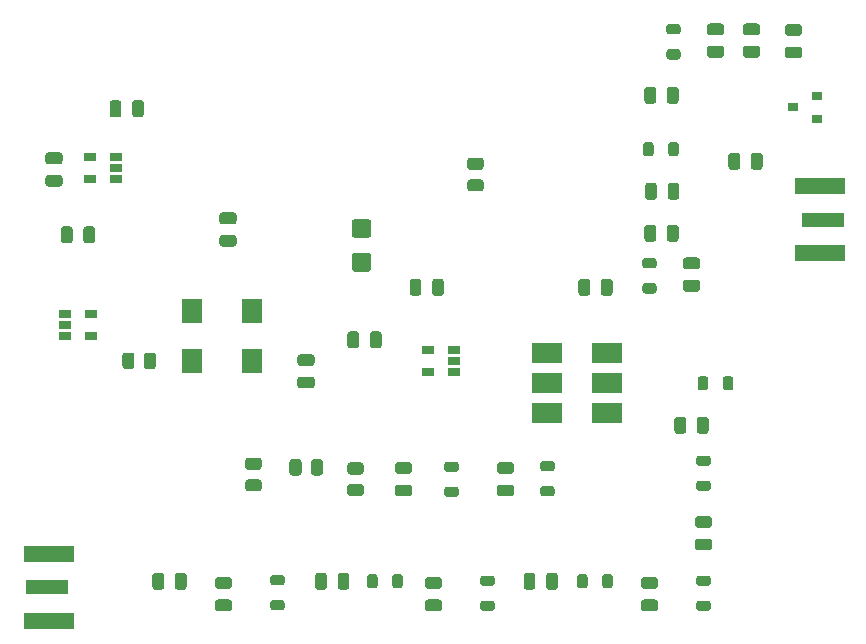
<source format=gbr>
%TF.GenerationSoftware,KiCad,Pcbnew,(5.1.10)-1*%
%TF.CreationDate,2021-08-21T15:59:26-07:00*%
%TF.ProjectId,upconverter,7570636f-6e76-4657-9274-65722e6b6963,rev?*%
%TF.SameCoordinates,Original*%
%TF.FileFunction,Paste,Top*%
%TF.FilePolarity,Positive*%
%FSLAX46Y46*%
G04 Gerber Fmt 4.6, Leading zero omitted, Abs format (unit mm)*
G04 Created by KiCad (PCBNEW (5.1.10)-1) date 2021-08-21 15:59:26*
%MOMM*%
%LPD*%
G01*
G04 APERTURE LIST*
%ADD10R,4.200000X1.350000*%
%ADD11R,3.600000X1.270000*%
%ADD12R,0.900000X0.800000*%
%ADD13R,2.540000X1.651000*%
%ADD14R,1.060000X0.650000*%
%ADD15R,1.800000X2.000000*%
G04 APERTURE END LIST*
D10*
%TO.C,J2*%
X116586000Y-52482000D03*
X116586000Y-46832000D03*
D11*
X116786000Y-49657000D03*
%TD*%
%TO.C,J3*%
X51108000Y-80772000D03*
D10*
X51308000Y-83597000D03*
X51308000Y-77947000D03*
%TD*%
%TO.C,C20*%
G36*
G01*
X53271000Y-50452000D02*
X53271000Y-51402000D01*
G75*
G02*
X53021000Y-51652000I-250000J0D01*
G01*
X52521000Y-51652000D01*
G75*
G02*
X52271000Y-51402000I0J250000D01*
G01*
X52271000Y-50452000D01*
G75*
G02*
X52521000Y-50202000I250000J0D01*
G01*
X53021000Y-50202000D01*
G75*
G02*
X53271000Y-50452000I0J-250000D01*
G01*
G37*
G36*
G01*
X55171000Y-50452000D02*
X55171000Y-51402000D01*
G75*
G02*
X54921000Y-51652000I-250000J0D01*
G01*
X54421000Y-51652000D01*
G75*
G02*
X54171000Y-51402000I0J250000D01*
G01*
X54171000Y-50452000D01*
G75*
G02*
X54421000Y-50202000I250000J0D01*
G01*
X54921000Y-50202000D01*
G75*
G02*
X55171000Y-50452000I0J-250000D01*
G01*
G37*
%TD*%
%TO.C,C1*%
G36*
G01*
X110686000Y-45179000D02*
X110686000Y-44229000D01*
G75*
G02*
X110936000Y-43979000I250000J0D01*
G01*
X111436000Y-43979000D01*
G75*
G02*
X111686000Y-44229000I0J-250000D01*
G01*
X111686000Y-45179000D01*
G75*
G02*
X111436000Y-45429000I-250000J0D01*
G01*
X110936000Y-45429000D01*
G75*
G02*
X110686000Y-45179000I0J250000D01*
G01*
G37*
G36*
G01*
X108786000Y-45179000D02*
X108786000Y-44229000D01*
G75*
G02*
X109036000Y-43979000I250000J0D01*
G01*
X109536000Y-43979000D01*
G75*
G02*
X109786000Y-44229000I0J-250000D01*
G01*
X109786000Y-45179000D01*
G75*
G02*
X109536000Y-45429000I-250000J0D01*
G01*
X109036000Y-45429000D01*
G75*
G02*
X108786000Y-45179000I0J250000D01*
G01*
G37*
%TD*%
%TO.C,C2*%
G36*
G01*
X107114000Y-66581000D02*
X107114000Y-67531000D01*
G75*
G02*
X106864000Y-67781000I-250000J0D01*
G01*
X106364000Y-67781000D01*
G75*
G02*
X106114000Y-67531000I0J250000D01*
G01*
X106114000Y-66581000D01*
G75*
G02*
X106364000Y-66331000I250000J0D01*
G01*
X106864000Y-66331000D01*
G75*
G02*
X107114000Y-66581000I0J-250000D01*
G01*
G37*
G36*
G01*
X105214000Y-66581000D02*
X105214000Y-67531000D01*
G75*
G02*
X104964000Y-67781000I-250000J0D01*
G01*
X104464000Y-67781000D01*
G75*
G02*
X104214000Y-67531000I0J250000D01*
G01*
X104214000Y-66581000D01*
G75*
G02*
X104464000Y-66331000I250000J0D01*
G01*
X104964000Y-66331000D01*
G75*
G02*
X105214000Y-66581000I0J-250000D01*
G01*
G37*
%TD*%
%TO.C,C3*%
G36*
G01*
X65946000Y-50935000D02*
X66896000Y-50935000D01*
G75*
G02*
X67146000Y-51185000I0J-250000D01*
G01*
X67146000Y-51685000D01*
G75*
G02*
X66896000Y-51935000I-250000J0D01*
G01*
X65946000Y-51935000D01*
G75*
G02*
X65696000Y-51685000I0J250000D01*
G01*
X65696000Y-51185000D01*
G75*
G02*
X65946000Y-50935000I250000J0D01*
G01*
G37*
G36*
G01*
X65946000Y-49035000D02*
X66896000Y-49035000D01*
G75*
G02*
X67146000Y-49285000I0J-250000D01*
G01*
X67146000Y-49785000D01*
G75*
G02*
X66896000Y-50035000I-250000J0D01*
G01*
X65946000Y-50035000D01*
G75*
G02*
X65696000Y-49785000I0J250000D01*
G01*
X65696000Y-49285000D01*
G75*
G02*
X65946000Y-49035000I250000J0D01*
G01*
G37*
%TD*%
%TO.C,C4*%
G36*
G01*
X113825000Y-33094000D02*
X114775000Y-33094000D01*
G75*
G02*
X115025000Y-33344000I0J-250000D01*
G01*
X115025000Y-33844000D01*
G75*
G02*
X114775000Y-34094000I-250000J0D01*
G01*
X113825000Y-34094000D01*
G75*
G02*
X113575000Y-33844000I0J250000D01*
G01*
X113575000Y-33344000D01*
G75*
G02*
X113825000Y-33094000I250000J0D01*
G01*
G37*
G36*
G01*
X113825000Y-34994000D02*
X114775000Y-34994000D01*
G75*
G02*
X115025000Y-35244000I0J-250000D01*
G01*
X115025000Y-35744000D01*
G75*
G02*
X114775000Y-35994000I-250000J0D01*
G01*
X113825000Y-35994000D01*
G75*
G02*
X113575000Y-35744000I0J250000D01*
G01*
X113575000Y-35244000D01*
G75*
G02*
X113825000Y-34994000I250000J0D01*
G01*
G37*
%TD*%
%TO.C,C5*%
G36*
G01*
X59301000Y-39784000D02*
X59301000Y-40734000D01*
G75*
G02*
X59051000Y-40984000I-250000J0D01*
G01*
X58551000Y-40984000D01*
G75*
G02*
X58301000Y-40734000I0J250000D01*
G01*
X58301000Y-39784000D01*
G75*
G02*
X58551000Y-39534000I250000J0D01*
G01*
X59051000Y-39534000D01*
G75*
G02*
X59301000Y-39784000I0J-250000D01*
G01*
G37*
G36*
G01*
X57401000Y-39784000D02*
X57401000Y-40734000D01*
G75*
G02*
X57151000Y-40984000I-250000J0D01*
G01*
X56651000Y-40984000D01*
G75*
G02*
X56401000Y-40734000I0J250000D01*
G01*
X56401000Y-39784000D01*
G75*
G02*
X56651000Y-39534000I250000J0D01*
G01*
X57151000Y-39534000D01*
G75*
G02*
X57401000Y-39784000I0J-250000D01*
G01*
G37*
%TD*%
%TO.C,C6*%
G36*
G01*
X82801000Y-54897000D02*
X82801000Y-55847000D01*
G75*
G02*
X82551000Y-56097000I-250000J0D01*
G01*
X82051000Y-56097000D01*
G75*
G02*
X81801000Y-55847000I0J250000D01*
G01*
X81801000Y-54897000D01*
G75*
G02*
X82051000Y-54647000I250000J0D01*
G01*
X82551000Y-54647000D01*
G75*
G02*
X82801000Y-54897000I0J-250000D01*
G01*
G37*
G36*
G01*
X84701000Y-54897000D02*
X84701000Y-55847000D01*
G75*
G02*
X84451000Y-56097000I-250000J0D01*
G01*
X83951000Y-56097000D01*
G75*
G02*
X83701000Y-55847000I0J250000D01*
G01*
X83701000Y-54897000D01*
G75*
G02*
X83951000Y-54647000I250000J0D01*
G01*
X84451000Y-54647000D01*
G75*
G02*
X84701000Y-54897000I0J-250000D01*
G01*
G37*
%TD*%
%TO.C,C7*%
G36*
G01*
X110269000Y-34928000D02*
X111219000Y-34928000D01*
G75*
G02*
X111469000Y-35178000I0J-250000D01*
G01*
X111469000Y-35678000D01*
G75*
G02*
X111219000Y-35928000I-250000J0D01*
G01*
X110269000Y-35928000D01*
G75*
G02*
X110019000Y-35678000I0J250000D01*
G01*
X110019000Y-35178000D01*
G75*
G02*
X110269000Y-34928000I250000J0D01*
G01*
G37*
G36*
G01*
X110269000Y-33028000D02*
X111219000Y-33028000D01*
G75*
G02*
X111469000Y-33278000I0J-250000D01*
G01*
X111469000Y-33778000D01*
G75*
G02*
X111219000Y-34028000I-250000J0D01*
G01*
X110269000Y-34028000D01*
G75*
G02*
X110019000Y-33778000I0J250000D01*
G01*
X110019000Y-33278000D01*
G75*
G02*
X110269000Y-33028000I250000J0D01*
G01*
G37*
%TD*%
%TO.C,C8*%
G36*
G01*
X107155000Y-75750000D02*
X106205000Y-75750000D01*
G75*
G02*
X105955000Y-75500000I0J250000D01*
G01*
X105955000Y-75000000D01*
G75*
G02*
X106205000Y-74750000I250000J0D01*
G01*
X107155000Y-74750000D01*
G75*
G02*
X107405000Y-75000000I0J-250000D01*
G01*
X107405000Y-75500000D01*
G75*
G02*
X107155000Y-75750000I-250000J0D01*
G01*
G37*
G36*
G01*
X107155000Y-77650000D02*
X106205000Y-77650000D01*
G75*
G02*
X105955000Y-77400000I0J250000D01*
G01*
X105955000Y-76900000D01*
G75*
G02*
X106205000Y-76650000I250000J0D01*
G01*
X107155000Y-76650000D01*
G75*
G02*
X107405000Y-76900000I0J-250000D01*
G01*
X107405000Y-77400000D01*
G75*
G02*
X107155000Y-77650000I-250000J0D01*
G01*
G37*
%TD*%
%TO.C,C9*%
G36*
G01*
X108171000Y-35928000D02*
X107221000Y-35928000D01*
G75*
G02*
X106971000Y-35678000I0J250000D01*
G01*
X106971000Y-35178000D01*
G75*
G02*
X107221000Y-34928000I250000J0D01*
G01*
X108171000Y-34928000D01*
G75*
G02*
X108421000Y-35178000I0J-250000D01*
G01*
X108421000Y-35678000D01*
G75*
G02*
X108171000Y-35928000I-250000J0D01*
G01*
G37*
G36*
G01*
X108171000Y-34028000D02*
X107221000Y-34028000D01*
G75*
G02*
X106971000Y-33778000I0J250000D01*
G01*
X106971000Y-33278000D01*
G75*
G02*
X107221000Y-33028000I250000J0D01*
G01*
X108171000Y-33028000D01*
G75*
G02*
X108421000Y-33278000I0J-250000D01*
G01*
X108421000Y-33778000D01*
G75*
G02*
X108171000Y-34028000I-250000J0D01*
G01*
G37*
%TD*%
%TO.C,C10*%
G36*
G01*
X76528000Y-60292000D02*
X76528000Y-59342000D01*
G75*
G02*
X76778000Y-59092000I250000J0D01*
G01*
X77278000Y-59092000D01*
G75*
G02*
X77528000Y-59342000I0J-250000D01*
G01*
X77528000Y-60292000D01*
G75*
G02*
X77278000Y-60542000I-250000J0D01*
G01*
X76778000Y-60542000D01*
G75*
G02*
X76528000Y-60292000I0J250000D01*
G01*
G37*
G36*
G01*
X78428000Y-60292000D02*
X78428000Y-59342000D01*
G75*
G02*
X78678000Y-59092000I250000J0D01*
G01*
X79178000Y-59092000D01*
G75*
G02*
X79428000Y-59342000I0J-250000D01*
G01*
X79428000Y-60292000D01*
G75*
G02*
X79178000Y-60542000I-250000J0D01*
G01*
X78678000Y-60542000D01*
G75*
G02*
X78428000Y-60292000I0J250000D01*
G01*
G37*
%TD*%
%TO.C,C11*%
G36*
G01*
X52164000Y-44955000D02*
X51214000Y-44955000D01*
G75*
G02*
X50964000Y-44705000I0J250000D01*
G01*
X50964000Y-44205000D01*
G75*
G02*
X51214000Y-43955000I250000J0D01*
G01*
X52164000Y-43955000D01*
G75*
G02*
X52414000Y-44205000I0J-250000D01*
G01*
X52414000Y-44705000D01*
G75*
G02*
X52164000Y-44955000I-250000J0D01*
G01*
G37*
G36*
G01*
X52164000Y-46855000D02*
X51214000Y-46855000D01*
G75*
G02*
X50964000Y-46605000I0J250000D01*
G01*
X50964000Y-46105000D01*
G75*
G02*
X51214000Y-45855000I250000J0D01*
G01*
X52164000Y-45855000D01*
G75*
G02*
X52414000Y-46105000I0J-250000D01*
G01*
X52414000Y-46605000D01*
G75*
G02*
X52164000Y-46855000I-250000J0D01*
G01*
G37*
%TD*%
%TO.C,C12*%
G36*
G01*
X104574000Y-38641000D02*
X104574000Y-39591000D01*
G75*
G02*
X104324000Y-39841000I-250000J0D01*
G01*
X103824000Y-39841000D01*
G75*
G02*
X103574000Y-39591000I0J250000D01*
G01*
X103574000Y-38641000D01*
G75*
G02*
X103824000Y-38391000I250000J0D01*
G01*
X104324000Y-38391000D01*
G75*
G02*
X104574000Y-38641000I0J-250000D01*
G01*
G37*
G36*
G01*
X102674000Y-38641000D02*
X102674000Y-39591000D01*
G75*
G02*
X102424000Y-39841000I-250000J0D01*
G01*
X101924000Y-39841000D01*
G75*
G02*
X101674000Y-39591000I0J250000D01*
G01*
X101674000Y-38641000D01*
G75*
G02*
X101924000Y-38391000I250000J0D01*
G01*
X102424000Y-38391000D01*
G75*
G02*
X102674000Y-38641000I0J-250000D01*
G01*
G37*
%TD*%
%TO.C,C13*%
G36*
G01*
X101633000Y-79896000D02*
X102583000Y-79896000D01*
G75*
G02*
X102833000Y-80146000I0J-250000D01*
G01*
X102833000Y-80646000D01*
G75*
G02*
X102583000Y-80896000I-250000J0D01*
G01*
X101633000Y-80896000D01*
G75*
G02*
X101383000Y-80646000I0J250000D01*
G01*
X101383000Y-80146000D01*
G75*
G02*
X101633000Y-79896000I250000J0D01*
G01*
G37*
G36*
G01*
X101633000Y-81796000D02*
X102583000Y-81796000D01*
G75*
G02*
X102833000Y-82046000I0J-250000D01*
G01*
X102833000Y-82546000D01*
G75*
G02*
X102583000Y-82796000I-250000J0D01*
G01*
X101633000Y-82796000D01*
G75*
G02*
X101383000Y-82546000I0J250000D01*
G01*
X101383000Y-82046000D01*
G75*
G02*
X101633000Y-81796000I250000J0D01*
G01*
G37*
%TD*%
%TO.C,C14*%
G36*
G01*
X103640000Y-47719000D02*
X103640000Y-46769000D01*
G75*
G02*
X103890000Y-46519000I250000J0D01*
G01*
X104390000Y-46519000D01*
G75*
G02*
X104640000Y-46769000I0J-250000D01*
G01*
X104640000Y-47719000D01*
G75*
G02*
X104390000Y-47969000I-250000J0D01*
G01*
X103890000Y-47969000D01*
G75*
G02*
X103640000Y-47719000I0J250000D01*
G01*
G37*
G36*
G01*
X101740000Y-47719000D02*
X101740000Y-46769000D01*
G75*
G02*
X101990000Y-46519000I250000J0D01*
G01*
X102490000Y-46519000D01*
G75*
G02*
X102740000Y-46769000I0J-250000D01*
G01*
X102740000Y-47719000D01*
G75*
G02*
X102490000Y-47969000I-250000J0D01*
G01*
X101990000Y-47969000D01*
G75*
G02*
X101740000Y-47719000I0J250000D01*
G01*
G37*
%TD*%
%TO.C,C15*%
G36*
G01*
X101674000Y-51275000D02*
X101674000Y-50325000D01*
G75*
G02*
X101924000Y-50075000I250000J0D01*
G01*
X102424000Y-50075000D01*
G75*
G02*
X102674000Y-50325000I0J-250000D01*
G01*
X102674000Y-51275000D01*
G75*
G02*
X102424000Y-51525000I-250000J0D01*
G01*
X101924000Y-51525000D01*
G75*
G02*
X101674000Y-51275000I0J250000D01*
G01*
G37*
G36*
G01*
X103574000Y-51275000D02*
X103574000Y-50325000D01*
G75*
G02*
X103824000Y-50075000I250000J0D01*
G01*
X104324000Y-50075000D01*
G75*
G02*
X104574000Y-50325000I0J-250000D01*
G01*
X104574000Y-51275000D01*
G75*
G02*
X104324000Y-51525000I-250000J0D01*
G01*
X103824000Y-51525000D01*
G75*
G02*
X103574000Y-51275000I0J250000D01*
G01*
G37*
%TD*%
%TO.C,C16*%
G36*
G01*
X106139000Y-55740000D02*
X105189000Y-55740000D01*
G75*
G02*
X104939000Y-55490000I0J250000D01*
G01*
X104939000Y-54990000D01*
G75*
G02*
X105189000Y-54740000I250000J0D01*
G01*
X106139000Y-54740000D01*
G75*
G02*
X106389000Y-54990000I0J-250000D01*
G01*
X106389000Y-55490000D01*
G75*
G02*
X106139000Y-55740000I-250000J0D01*
G01*
G37*
G36*
G01*
X106139000Y-53840000D02*
X105189000Y-53840000D01*
G75*
G02*
X104939000Y-53590000I0J250000D01*
G01*
X104939000Y-53090000D01*
G75*
G02*
X105189000Y-52840000I250000J0D01*
G01*
X106139000Y-52840000D01*
G75*
G02*
X106389000Y-53090000I0J-250000D01*
G01*
X106389000Y-53590000D01*
G75*
G02*
X106139000Y-53840000I-250000J0D01*
G01*
G37*
%TD*%
%TO.C,C17*%
G36*
G01*
X93348000Y-80739000D02*
X93348000Y-79789000D01*
G75*
G02*
X93598000Y-79539000I250000J0D01*
G01*
X94098000Y-79539000D01*
G75*
G02*
X94348000Y-79789000I0J-250000D01*
G01*
X94348000Y-80739000D01*
G75*
G02*
X94098000Y-80989000I-250000J0D01*
G01*
X93598000Y-80989000D01*
G75*
G02*
X93348000Y-80739000I0J250000D01*
G01*
G37*
G36*
G01*
X91448000Y-80739000D02*
X91448000Y-79789000D01*
G75*
G02*
X91698000Y-79539000I250000J0D01*
G01*
X92198000Y-79539000D01*
G75*
G02*
X92448000Y-79789000I0J-250000D01*
G01*
X92448000Y-80739000D01*
G75*
G02*
X92198000Y-80989000I-250000J0D01*
G01*
X91698000Y-80989000D01*
G75*
G02*
X91448000Y-80739000I0J250000D01*
G01*
G37*
%TD*%
%TO.C,C18*%
G36*
G01*
X98986000Y-54897000D02*
X98986000Y-55847000D01*
G75*
G02*
X98736000Y-56097000I-250000J0D01*
G01*
X98236000Y-56097000D01*
G75*
G02*
X97986000Y-55847000I0J250000D01*
G01*
X97986000Y-54897000D01*
G75*
G02*
X98236000Y-54647000I250000J0D01*
G01*
X98736000Y-54647000D01*
G75*
G02*
X98986000Y-54897000I0J-250000D01*
G01*
G37*
G36*
G01*
X97086000Y-54897000D02*
X97086000Y-55847000D01*
G75*
G02*
X96836000Y-56097000I-250000J0D01*
G01*
X96336000Y-56097000D01*
G75*
G02*
X96086000Y-55847000I0J250000D01*
G01*
X96086000Y-54897000D01*
G75*
G02*
X96336000Y-54647000I250000J0D01*
G01*
X96836000Y-54647000D01*
G75*
G02*
X97086000Y-54897000I0J-250000D01*
G01*
G37*
%TD*%
%TO.C,C19*%
G36*
G01*
X72550000Y-61034000D02*
X73500000Y-61034000D01*
G75*
G02*
X73750000Y-61284000I0J-250000D01*
G01*
X73750000Y-61784000D01*
G75*
G02*
X73500000Y-62034000I-250000J0D01*
G01*
X72550000Y-62034000D01*
G75*
G02*
X72300000Y-61784000I0J250000D01*
G01*
X72300000Y-61284000D01*
G75*
G02*
X72550000Y-61034000I250000J0D01*
G01*
G37*
G36*
G01*
X72550000Y-62934000D02*
X73500000Y-62934000D01*
G75*
G02*
X73750000Y-63184000I0J-250000D01*
G01*
X73750000Y-63684000D01*
G75*
G02*
X73500000Y-63934000I-250000J0D01*
G01*
X72550000Y-63934000D01*
G75*
G02*
X72300000Y-63684000I0J250000D01*
G01*
X72300000Y-63184000D01*
G75*
G02*
X72550000Y-62934000I250000J0D01*
G01*
G37*
%TD*%
%TO.C,C21*%
G36*
G01*
X83345000Y-79896000D02*
X84295000Y-79896000D01*
G75*
G02*
X84545000Y-80146000I0J-250000D01*
G01*
X84545000Y-80646000D01*
G75*
G02*
X84295000Y-80896000I-250000J0D01*
G01*
X83345000Y-80896000D01*
G75*
G02*
X83095000Y-80646000I0J250000D01*
G01*
X83095000Y-80146000D01*
G75*
G02*
X83345000Y-79896000I250000J0D01*
G01*
G37*
G36*
G01*
X83345000Y-81796000D02*
X84295000Y-81796000D01*
G75*
G02*
X84545000Y-82046000I0J-250000D01*
G01*
X84545000Y-82546000D01*
G75*
G02*
X84295000Y-82796000I-250000J0D01*
G01*
X83345000Y-82796000D01*
G75*
G02*
X83095000Y-82546000I0J250000D01*
G01*
X83095000Y-82046000D01*
G75*
G02*
X83345000Y-81796000I250000J0D01*
G01*
G37*
%TD*%
%TO.C,C22*%
G36*
G01*
X75700000Y-80739000D02*
X75700000Y-79789000D01*
G75*
G02*
X75950000Y-79539000I250000J0D01*
G01*
X76450000Y-79539000D01*
G75*
G02*
X76700000Y-79789000I0J-250000D01*
G01*
X76700000Y-80739000D01*
G75*
G02*
X76450000Y-80989000I-250000J0D01*
G01*
X75950000Y-80989000D01*
G75*
G02*
X75700000Y-80739000I0J250000D01*
G01*
G37*
G36*
G01*
X73800000Y-80739000D02*
X73800000Y-79789000D01*
G75*
G02*
X74050000Y-79539000I250000J0D01*
G01*
X74550000Y-79539000D01*
G75*
G02*
X74800000Y-79789000I0J-250000D01*
G01*
X74800000Y-80739000D01*
G75*
G02*
X74550000Y-80989000I-250000J0D01*
G01*
X74050000Y-80989000D01*
G75*
G02*
X73800000Y-80739000I0J250000D01*
G01*
G37*
%TD*%
%TO.C,C23*%
G36*
G01*
X65565000Y-81796000D02*
X66515000Y-81796000D01*
G75*
G02*
X66765000Y-82046000I0J-250000D01*
G01*
X66765000Y-82546000D01*
G75*
G02*
X66515000Y-82796000I-250000J0D01*
G01*
X65565000Y-82796000D01*
G75*
G02*
X65315000Y-82546000I0J250000D01*
G01*
X65315000Y-82046000D01*
G75*
G02*
X65565000Y-81796000I250000J0D01*
G01*
G37*
G36*
G01*
X65565000Y-79896000D02*
X66515000Y-79896000D01*
G75*
G02*
X66765000Y-80146000I0J-250000D01*
G01*
X66765000Y-80646000D01*
G75*
G02*
X66515000Y-80896000I-250000J0D01*
G01*
X65565000Y-80896000D01*
G75*
G02*
X65315000Y-80646000I0J250000D01*
G01*
X65315000Y-80146000D01*
G75*
G02*
X65565000Y-79896000I250000J0D01*
G01*
G37*
%TD*%
%TO.C,C24*%
G36*
G01*
X60018000Y-80739000D02*
X60018000Y-79789000D01*
G75*
G02*
X60268000Y-79539000I250000J0D01*
G01*
X60768000Y-79539000D01*
G75*
G02*
X61018000Y-79789000I0J-250000D01*
G01*
X61018000Y-80739000D01*
G75*
G02*
X60768000Y-80989000I-250000J0D01*
G01*
X60268000Y-80989000D01*
G75*
G02*
X60018000Y-80739000I0J250000D01*
G01*
G37*
G36*
G01*
X61918000Y-80739000D02*
X61918000Y-79789000D01*
G75*
G02*
X62168000Y-79539000I250000J0D01*
G01*
X62668000Y-79539000D01*
G75*
G02*
X62918000Y-79789000I0J-250000D01*
G01*
X62918000Y-80739000D01*
G75*
G02*
X62668000Y-80989000I-250000J0D01*
G01*
X62168000Y-80989000D01*
G75*
G02*
X61918000Y-80739000I0J250000D01*
G01*
G37*
%TD*%
%TO.C,C25*%
G36*
G01*
X80805000Y-70178000D02*
X81755000Y-70178000D01*
G75*
G02*
X82005000Y-70428000I0J-250000D01*
G01*
X82005000Y-70928000D01*
G75*
G02*
X81755000Y-71178000I-250000J0D01*
G01*
X80805000Y-71178000D01*
G75*
G02*
X80555000Y-70928000I0J250000D01*
G01*
X80555000Y-70428000D01*
G75*
G02*
X80805000Y-70178000I250000J0D01*
G01*
G37*
G36*
G01*
X80805000Y-72078000D02*
X81755000Y-72078000D01*
G75*
G02*
X82005000Y-72328000I0J-250000D01*
G01*
X82005000Y-72828000D01*
G75*
G02*
X81755000Y-73078000I-250000J0D01*
G01*
X80805000Y-73078000D01*
G75*
G02*
X80555000Y-72828000I0J250000D01*
G01*
X80555000Y-72328000D01*
G75*
G02*
X80805000Y-72078000I250000J0D01*
G01*
G37*
%TD*%
%TO.C,C26*%
G36*
G01*
X90391000Y-71178000D02*
X89441000Y-71178000D01*
G75*
G02*
X89191000Y-70928000I0J250000D01*
G01*
X89191000Y-70428000D01*
G75*
G02*
X89441000Y-70178000I250000J0D01*
G01*
X90391000Y-70178000D01*
G75*
G02*
X90641000Y-70428000I0J-250000D01*
G01*
X90641000Y-70928000D01*
G75*
G02*
X90391000Y-71178000I-250000J0D01*
G01*
G37*
G36*
G01*
X90391000Y-73078000D02*
X89441000Y-73078000D01*
G75*
G02*
X89191000Y-72828000I0J250000D01*
G01*
X89191000Y-72328000D01*
G75*
G02*
X89441000Y-72078000I250000J0D01*
G01*
X90391000Y-72078000D01*
G75*
G02*
X90641000Y-72328000I0J-250000D01*
G01*
X90641000Y-72828000D01*
G75*
G02*
X90391000Y-73078000I-250000J0D01*
G01*
G37*
%TD*%
D12*
%TO.C,D1*%
X116300000Y-41082000D03*
X116300000Y-39182000D03*
X114300000Y-40132000D03*
%TD*%
%TO.C,F1*%
G36*
G01*
X77149000Y-49591000D02*
X78299000Y-49591000D01*
G75*
G02*
X78549000Y-49841000I0J-250000D01*
G01*
X78549000Y-50941000D01*
G75*
G02*
X78299000Y-51191000I-250000J0D01*
G01*
X77149000Y-51191000D01*
G75*
G02*
X76899000Y-50941000I0J250000D01*
G01*
X76899000Y-49841000D01*
G75*
G02*
X77149000Y-49591000I250000J0D01*
G01*
G37*
G36*
G01*
X77149000Y-52441000D02*
X78299000Y-52441000D01*
G75*
G02*
X78549000Y-52691000I0J-250000D01*
G01*
X78549000Y-53791000D01*
G75*
G02*
X78299000Y-54041000I-250000J0D01*
G01*
X77149000Y-54041000D01*
G75*
G02*
X76899000Y-53791000I0J250000D01*
G01*
X76899000Y-52691000D01*
G75*
G02*
X77149000Y-52441000I250000J0D01*
G01*
G37*
%TD*%
%TO.C,L1*%
G36*
G01*
X106196000Y-63881250D02*
X106196000Y-63118750D01*
G75*
G02*
X106414750Y-62900000I218750J0D01*
G01*
X106852250Y-62900000D01*
G75*
G02*
X107071000Y-63118750I0J-218750D01*
G01*
X107071000Y-63881250D01*
G75*
G02*
X106852250Y-64100000I-218750J0D01*
G01*
X106414750Y-64100000D01*
G75*
G02*
X106196000Y-63881250I0J218750D01*
G01*
G37*
G36*
G01*
X108321000Y-63881250D02*
X108321000Y-63118750D01*
G75*
G02*
X108539750Y-62900000I218750J0D01*
G01*
X108977250Y-62900000D01*
G75*
G02*
X109196000Y-63118750I0J-218750D01*
G01*
X109196000Y-63881250D01*
G75*
G02*
X108977250Y-64100000I-218750J0D01*
G01*
X108539750Y-64100000D01*
G75*
G02*
X108321000Y-63881250I0J218750D01*
G01*
G37*
%TD*%
%TO.C,L2*%
G36*
G01*
X107061250Y-70495000D02*
X106298750Y-70495000D01*
G75*
G02*
X106080000Y-70276250I0J218750D01*
G01*
X106080000Y-69838750D01*
G75*
G02*
X106298750Y-69620000I218750J0D01*
G01*
X107061250Y-69620000D01*
G75*
G02*
X107280000Y-69838750I0J-218750D01*
G01*
X107280000Y-70276250D01*
G75*
G02*
X107061250Y-70495000I-218750J0D01*
G01*
G37*
G36*
G01*
X107061250Y-72620000D02*
X106298750Y-72620000D01*
G75*
G02*
X106080000Y-72401250I0J218750D01*
G01*
X106080000Y-71963750D01*
G75*
G02*
X106298750Y-71745000I218750J0D01*
G01*
X107061250Y-71745000D01*
G75*
G02*
X107280000Y-71963750I0J-218750D01*
G01*
X107280000Y-72401250D01*
G75*
G02*
X107061250Y-72620000I-218750J0D01*
G01*
G37*
%TD*%
%TO.C,L3*%
G36*
G01*
X104521250Y-33965500D02*
X103758750Y-33965500D01*
G75*
G02*
X103540000Y-33746750I0J218750D01*
G01*
X103540000Y-33309250D01*
G75*
G02*
X103758750Y-33090500I218750J0D01*
G01*
X104521250Y-33090500D01*
G75*
G02*
X104740000Y-33309250I0J-218750D01*
G01*
X104740000Y-33746750D01*
G75*
G02*
X104521250Y-33965500I-218750J0D01*
G01*
G37*
G36*
G01*
X104521250Y-36090500D02*
X103758750Y-36090500D01*
G75*
G02*
X103540000Y-35871750I0J218750D01*
G01*
X103540000Y-35434250D01*
G75*
G02*
X103758750Y-35215500I218750J0D01*
G01*
X104521250Y-35215500D01*
G75*
G02*
X104740000Y-35434250I0J-218750D01*
G01*
X104740000Y-35871750D01*
G75*
G02*
X104521250Y-36090500I-218750J0D01*
G01*
G37*
%TD*%
%TO.C,L4*%
G36*
G01*
X106298750Y-79780000D02*
X107061250Y-79780000D01*
G75*
G02*
X107280000Y-79998750I0J-218750D01*
G01*
X107280000Y-80436250D01*
G75*
G02*
X107061250Y-80655000I-218750J0D01*
G01*
X106298750Y-80655000D01*
G75*
G02*
X106080000Y-80436250I0J218750D01*
G01*
X106080000Y-79998750D01*
G75*
G02*
X106298750Y-79780000I218750J0D01*
G01*
G37*
G36*
G01*
X106298750Y-81905000D02*
X107061250Y-81905000D01*
G75*
G02*
X107280000Y-82123750I0J-218750D01*
G01*
X107280000Y-82561250D01*
G75*
G02*
X107061250Y-82780000I-218750J0D01*
G01*
X106298750Y-82780000D01*
G75*
G02*
X106080000Y-82561250I0J218750D01*
G01*
X106080000Y-82123750D01*
G75*
G02*
X106298750Y-81905000I218750J0D01*
G01*
G37*
%TD*%
%TO.C,L5*%
G36*
G01*
X101577500Y-44069250D02*
X101577500Y-43306750D01*
G75*
G02*
X101796250Y-43088000I218750J0D01*
G01*
X102233750Y-43088000D01*
G75*
G02*
X102452500Y-43306750I0J-218750D01*
G01*
X102452500Y-44069250D01*
G75*
G02*
X102233750Y-44288000I-218750J0D01*
G01*
X101796250Y-44288000D01*
G75*
G02*
X101577500Y-44069250I0J218750D01*
G01*
G37*
G36*
G01*
X103702500Y-44069250D02*
X103702500Y-43306750D01*
G75*
G02*
X103921250Y-43088000I218750J0D01*
G01*
X104358750Y-43088000D01*
G75*
G02*
X104577500Y-43306750I0J-218750D01*
G01*
X104577500Y-44069250D01*
G75*
G02*
X104358750Y-44288000I-218750J0D01*
G01*
X103921250Y-44288000D01*
G75*
G02*
X103702500Y-44069250I0J218750D01*
G01*
G37*
%TD*%
%TO.C,L6*%
G36*
G01*
X98114500Y-80645250D02*
X98114500Y-79882750D01*
G75*
G02*
X98333250Y-79664000I218750J0D01*
G01*
X98770750Y-79664000D01*
G75*
G02*
X98989500Y-79882750I0J-218750D01*
G01*
X98989500Y-80645250D01*
G75*
G02*
X98770750Y-80864000I-218750J0D01*
G01*
X98333250Y-80864000D01*
G75*
G02*
X98114500Y-80645250I0J218750D01*
G01*
G37*
G36*
G01*
X95989500Y-80645250D02*
X95989500Y-79882750D01*
G75*
G02*
X96208250Y-79664000I218750J0D01*
G01*
X96645750Y-79664000D01*
G75*
G02*
X96864500Y-79882750I0J-218750D01*
G01*
X96864500Y-80645250D01*
G75*
G02*
X96645750Y-80864000I-218750J0D01*
G01*
X96208250Y-80864000D01*
G75*
G02*
X95989500Y-80645250I0J218750D01*
G01*
G37*
%TD*%
%TO.C,L7*%
G36*
G01*
X102489250Y-53777500D02*
X101726750Y-53777500D01*
G75*
G02*
X101508000Y-53558750I0J218750D01*
G01*
X101508000Y-53121250D01*
G75*
G02*
X101726750Y-52902500I218750J0D01*
G01*
X102489250Y-52902500D01*
G75*
G02*
X102708000Y-53121250I0J-218750D01*
G01*
X102708000Y-53558750D01*
G75*
G02*
X102489250Y-53777500I-218750J0D01*
G01*
G37*
G36*
G01*
X102489250Y-55902500D02*
X101726750Y-55902500D01*
G75*
G02*
X101508000Y-55683750I0J218750D01*
G01*
X101508000Y-55246250D01*
G75*
G02*
X101726750Y-55027500I218750J0D01*
G01*
X102489250Y-55027500D01*
G75*
G02*
X102708000Y-55246250I0J-218750D01*
G01*
X102708000Y-55683750D01*
G75*
G02*
X102489250Y-55902500I-218750J0D01*
G01*
G37*
%TD*%
%TO.C,L8*%
G36*
G01*
X88010750Y-79780000D02*
X88773250Y-79780000D01*
G75*
G02*
X88992000Y-79998750I0J-218750D01*
G01*
X88992000Y-80436250D01*
G75*
G02*
X88773250Y-80655000I-218750J0D01*
G01*
X88010750Y-80655000D01*
G75*
G02*
X87792000Y-80436250I0J218750D01*
G01*
X87792000Y-79998750D01*
G75*
G02*
X88010750Y-79780000I218750J0D01*
G01*
G37*
G36*
G01*
X88010750Y-81905000D02*
X88773250Y-81905000D01*
G75*
G02*
X88992000Y-82123750I0J-218750D01*
G01*
X88992000Y-82561250D01*
G75*
G02*
X88773250Y-82780000I-218750J0D01*
G01*
X88010750Y-82780000D01*
G75*
G02*
X87792000Y-82561250I0J218750D01*
G01*
X87792000Y-82123750D01*
G75*
G02*
X88010750Y-81905000I218750J0D01*
G01*
G37*
%TD*%
%TO.C,L9*%
G36*
G01*
X78209500Y-80645250D02*
X78209500Y-79882750D01*
G75*
G02*
X78428250Y-79664000I218750J0D01*
G01*
X78865750Y-79664000D01*
G75*
G02*
X79084500Y-79882750I0J-218750D01*
G01*
X79084500Y-80645250D01*
G75*
G02*
X78865750Y-80864000I-218750J0D01*
G01*
X78428250Y-80864000D01*
G75*
G02*
X78209500Y-80645250I0J218750D01*
G01*
G37*
G36*
G01*
X80334500Y-80645250D02*
X80334500Y-79882750D01*
G75*
G02*
X80553250Y-79664000I218750J0D01*
G01*
X80990750Y-79664000D01*
G75*
G02*
X81209500Y-79882750I0J-218750D01*
G01*
X81209500Y-80645250D01*
G75*
G02*
X80990750Y-80864000I-218750J0D01*
G01*
X80553250Y-80864000D01*
G75*
G02*
X80334500Y-80645250I0J218750D01*
G01*
G37*
%TD*%
%TO.C,L10*%
G36*
G01*
X70230750Y-81858500D02*
X70993250Y-81858500D01*
G75*
G02*
X71212000Y-82077250I0J-218750D01*
G01*
X71212000Y-82514750D01*
G75*
G02*
X70993250Y-82733500I-218750J0D01*
G01*
X70230750Y-82733500D01*
G75*
G02*
X70012000Y-82514750I0J218750D01*
G01*
X70012000Y-82077250D01*
G75*
G02*
X70230750Y-81858500I218750J0D01*
G01*
G37*
G36*
G01*
X70230750Y-79733500D02*
X70993250Y-79733500D01*
G75*
G02*
X71212000Y-79952250I0J-218750D01*
G01*
X71212000Y-80389750D01*
G75*
G02*
X70993250Y-80608500I-218750J0D01*
G01*
X70230750Y-80608500D01*
G75*
G02*
X70012000Y-80389750I0J218750D01*
G01*
X70012000Y-79952250D01*
G75*
G02*
X70230750Y-79733500I218750J0D01*
G01*
G37*
%TD*%
%TO.C,L11*%
G36*
G01*
X84962750Y-70128000D02*
X85725250Y-70128000D01*
G75*
G02*
X85944000Y-70346750I0J-218750D01*
G01*
X85944000Y-70784250D01*
G75*
G02*
X85725250Y-71003000I-218750J0D01*
G01*
X84962750Y-71003000D01*
G75*
G02*
X84744000Y-70784250I0J218750D01*
G01*
X84744000Y-70346750D01*
G75*
G02*
X84962750Y-70128000I218750J0D01*
G01*
G37*
G36*
G01*
X84962750Y-72253000D02*
X85725250Y-72253000D01*
G75*
G02*
X85944000Y-72471750I0J-218750D01*
G01*
X85944000Y-72909250D01*
G75*
G02*
X85725250Y-73128000I-218750J0D01*
G01*
X84962750Y-73128000D01*
G75*
G02*
X84744000Y-72909250I0J218750D01*
G01*
X84744000Y-72471750D01*
G75*
G02*
X84962750Y-72253000I218750J0D01*
G01*
G37*
%TD*%
%TO.C,L12*%
G36*
G01*
X93090750Y-72206500D02*
X93853250Y-72206500D01*
G75*
G02*
X94072000Y-72425250I0J-218750D01*
G01*
X94072000Y-72862750D01*
G75*
G02*
X93853250Y-73081500I-218750J0D01*
G01*
X93090750Y-73081500D01*
G75*
G02*
X92872000Y-72862750I0J218750D01*
G01*
X92872000Y-72425250D01*
G75*
G02*
X93090750Y-72206500I218750J0D01*
G01*
G37*
G36*
G01*
X93090750Y-70081500D02*
X93853250Y-70081500D01*
G75*
G02*
X94072000Y-70300250I0J-218750D01*
G01*
X94072000Y-70737750D01*
G75*
G02*
X93853250Y-70956500I-218750J0D01*
G01*
X93090750Y-70956500D01*
G75*
G02*
X92872000Y-70737750I0J218750D01*
G01*
X92872000Y-70300250D01*
G75*
G02*
X93090750Y-70081500I218750J0D01*
G01*
G37*
%TD*%
D13*
%TO.C,MX1*%
X93472000Y-66040000D03*
X93472000Y-63500000D03*
X93472000Y-60960000D03*
X98552000Y-60960000D03*
X98552000Y-63500000D03*
X98552000Y-66040000D03*
%TD*%
%TO.C,R1*%
G36*
G01*
X86925999Y-46223500D02*
X87826001Y-46223500D01*
G75*
G02*
X88076000Y-46473499I0J-249999D01*
G01*
X88076000Y-46998501D01*
G75*
G02*
X87826001Y-47248500I-249999J0D01*
G01*
X86925999Y-47248500D01*
G75*
G02*
X86676000Y-46998501I0J249999D01*
G01*
X86676000Y-46473499D01*
G75*
G02*
X86925999Y-46223500I249999J0D01*
G01*
G37*
G36*
G01*
X86925999Y-44398500D02*
X87826001Y-44398500D01*
G75*
G02*
X88076000Y-44648499I0J-249999D01*
G01*
X88076000Y-45173501D01*
G75*
G02*
X87826001Y-45423500I-249999J0D01*
G01*
X86925999Y-45423500D01*
G75*
G02*
X86676000Y-45173501I0J249999D01*
G01*
X86676000Y-44648499D01*
G75*
G02*
X86925999Y-44398500I249999J0D01*
G01*
G37*
%TD*%
%TO.C,R2*%
G36*
G01*
X58504500Y-61144999D02*
X58504500Y-62045001D01*
G75*
G02*
X58254501Y-62295000I-249999J0D01*
G01*
X57729499Y-62295000D01*
G75*
G02*
X57479500Y-62045001I0J249999D01*
G01*
X57479500Y-61144999D01*
G75*
G02*
X57729499Y-60895000I249999J0D01*
G01*
X58254501Y-60895000D01*
G75*
G02*
X58504500Y-61144999I0J-249999D01*
G01*
G37*
G36*
G01*
X60329500Y-61144999D02*
X60329500Y-62045001D01*
G75*
G02*
X60079501Y-62295000I-249999J0D01*
G01*
X59554499Y-62295000D01*
G75*
G02*
X59304500Y-62045001I0J249999D01*
G01*
X59304500Y-61144999D01*
G75*
G02*
X59554499Y-60895000I249999J0D01*
G01*
X60079501Y-60895000D01*
G75*
G02*
X60329500Y-61144999I0J-249999D01*
G01*
G37*
%TD*%
%TO.C,R3*%
G36*
G01*
X68129999Y-69798500D02*
X69030001Y-69798500D01*
G75*
G02*
X69280000Y-70048499I0J-249999D01*
G01*
X69280000Y-70573501D01*
G75*
G02*
X69030001Y-70823500I-249999J0D01*
G01*
X68129999Y-70823500D01*
G75*
G02*
X67880000Y-70573501I0J249999D01*
G01*
X67880000Y-70048499D01*
G75*
G02*
X68129999Y-69798500I249999J0D01*
G01*
G37*
G36*
G01*
X68129999Y-71623500D02*
X69030001Y-71623500D01*
G75*
G02*
X69280000Y-71873499I0J-249999D01*
G01*
X69280000Y-72398501D01*
G75*
G02*
X69030001Y-72648500I-249999J0D01*
G01*
X68129999Y-72648500D01*
G75*
G02*
X67880000Y-72398501I0J249999D01*
G01*
X67880000Y-71873499D01*
G75*
G02*
X68129999Y-71623500I249999J0D01*
G01*
G37*
%TD*%
%TO.C,R4*%
G36*
G01*
X74473500Y-70161999D02*
X74473500Y-71062001D01*
G75*
G02*
X74223501Y-71312000I-249999J0D01*
G01*
X73698499Y-71312000D01*
G75*
G02*
X73448500Y-71062001I0J249999D01*
G01*
X73448500Y-70161999D01*
G75*
G02*
X73698499Y-69912000I249999J0D01*
G01*
X74223501Y-69912000D01*
G75*
G02*
X74473500Y-70161999I0J-249999D01*
G01*
G37*
G36*
G01*
X72648500Y-70161999D02*
X72648500Y-71062001D01*
G75*
G02*
X72398501Y-71312000I-249999J0D01*
G01*
X71873499Y-71312000D01*
G75*
G02*
X71623500Y-71062001I0J249999D01*
G01*
X71623500Y-70161999D01*
G75*
G02*
X71873499Y-69912000I249999J0D01*
G01*
X72398501Y-69912000D01*
G75*
G02*
X72648500Y-70161999I0J-249999D01*
G01*
G37*
%TD*%
%TO.C,R5*%
G36*
G01*
X76765999Y-72028000D02*
X77666001Y-72028000D01*
G75*
G02*
X77916000Y-72277999I0J-249999D01*
G01*
X77916000Y-72803001D01*
G75*
G02*
X77666001Y-73053000I-249999J0D01*
G01*
X76765999Y-73053000D01*
G75*
G02*
X76516000Y-72803001I0J249999D01*
G01*
X76516000Y-72277999D01*
G75*
G02*
X76765999Y-72028000I249999J0D01*
G01*
G37*
G36*
G01*
X76765999Y-70203000D02*
X77666001Y-70203000D01*
G75*
G02*
X77916000Y-70452999I0J-249999D01*
G01*
X77916000Y-70978001D01*
G75*
G02*
X77666001Y-71228000I-249999J0D01*
G01*
X76765999Y-71228000D01*
G75*
G02*
X76516000Y-70978001I0J249999D01*
G01*
X76516000Y-70452999D01*
G75*
G02*
X76765999Y-70203000I249999J0D01*
G01*
G37*
%TD*%
D14*
%TO.C,U1*%
X85555000Y-62545000D03*
X85555000Y-61595000D03*
X85555000Y-60645000D03*
X83355000Y-60645000D03*
X83355000Y-62545000D03*
%TD*%
%TO.C,U2*%
X54737000Y-46223000D03*
X54737000Y-44323000D03*
X56937000Y-44323000D03*
X56937000Y-45273000D03*
X56937000Y-46223000D03*
%TD*%
%TO.C,U3*%
X52621000Y-57597000D03*
X52621000Y-58547000D03*
X52621000Y-59497000D03*
X54821000Y-59497000D03*
X54821000Y-57597000D03*
%TD*%
D15*
%TO.C,X1*%
X68453000Y-57395000D03*
X63373000Y-57395000D03*
X63373000Y-61595000D03*
X68453000Y-61595000D03*
%TD*%
M02*

</source>
